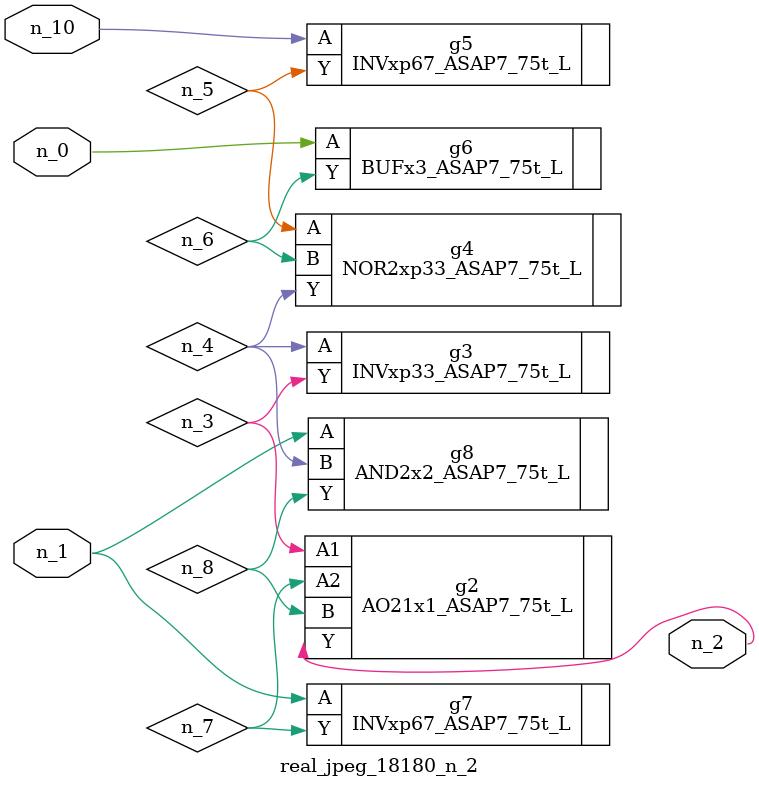
<source format=v>
module real_jpeg_18180_n_2 (n_1, n_10, n_0, n_2);

input n_1;
input n_10;
input n_0;

output n_2;

wire n_5;
wire n_4;
wire n_8;
wire n_6;
wire n_7;
wire n_3;

BUFx3_ASAP7_75t_L g6 ( 
.A(n_0),
.Y(n_6)
);

INVxp67_ASAP7_75t_L g7 ( 
.A(n_1),
.Y(n_7)
);

AND2x2_ASAP7_75t_L g8 ( 
.A(n_1),
.B(n_4),
.Y(n_8)
);

AO21x1_ASAP7_75t_L g2 ( 
.A1(n_3),
.A2(n_7),
.B(n_8),
.Y(n_2)
);

INVxp33_ASAP7_75t_L g3 ( 
.A(n_4),
.Y(n_3)
);

NOR2xp33_ASAP7_75t_L g4 ( 
.A(n_5),
.B(n_6),
.Y(n_4)
);

INVxp67_ASAP7_75t_L g5 ( 
.A(n_10),
.Y(n_5)
);


endmodule
</source>
